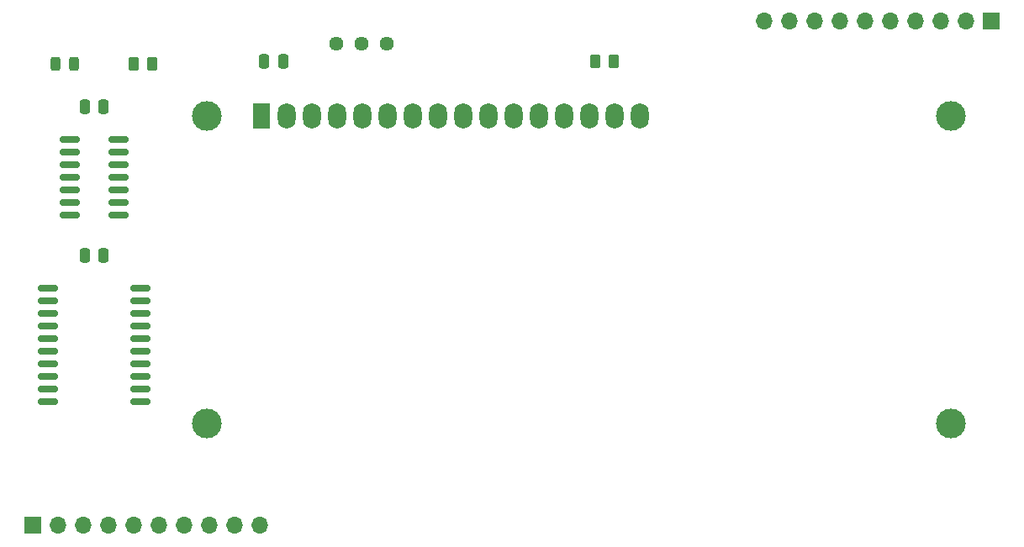
<source format=gbr>
%TF.GenerationSoftware,KiCad,Pcbnew,8.0.2*%
%TF.CreationDate,2025-01-05T21:37:03+01:00*%
%TF.ProjectId,lcd_display,6c63645f-6469-4737-906c-61792e6b6963,rev?*%
%TF.SameCoordinates,Original*%
%TF.FileFunction,Soldermask,Top*%
%TF.FilePolarity,Negative*%
%FSLAX46Y46*%
G04 Gerber Fmt 4.6, Leading zero omitted, Abs format (unit mm)*
G04 Created by KiCad (PCBNEW 8.0.2) date 2025-01-05 21:37:03*
%MOMM*%
%LPD*%
G01*
G04 APERTURE LIST*
G04 Aperture macros list*
%AMRoundRect*
0 Rectangle with rounded corners*
0 $1 Rounding radius*
0 $2 $3 $4 $5 $6 $7 $8 $9 X,Y pos of 4 corners*
0 Add a 4 corners polygon primitive as box body*
4,1,4,$2,$3,$4,$5,$6,$7,$8,$9,$2,$3,0*
0 Add four circle primitives for the rounded corners*
1,1,$1+$1,$2,$3*
1,1,$1+$1,$4,$5*
1,1,$1+$1,$6,$7*
1,1,$1+$1,$8,$9*
0 Add four rect primitives between the rounded corners*
20,1,$1+$1,$2,$3,$4,$5,0*
20,1,$1+$1,$4,$5,$6,$7,0*
20,1,$1+$1,$6,$7,$8,$9,0*
20,1,$1+$1,$8,$9,$2,$3,0*%
G04 Aperture macros list end*
%ADD10R,1.700000X1.700000*%
%ADD11O,1.700000X1.700000*%
%ADD12RoundRect,0.250000X0.262500X0.450000X-0.262500X0.450000X-0.262500X-0.450000X0.262500X-0.450000X0*%
%ADD13C,1.440000*%
%ADD14RoundRect,0.150000X-0.825000X-0.150000X0.825000X-0.150000X0.825000X0.150000X-0.825000X0.150000X0*%
%ADD15RoundRect,0.150000X-0.875000X-0.150000X0.875000X-0.150000X0.875000X0.150000X-0.875000X0.150000X0*%
%ADD16C,3.000000*%
%ADD17R,1.800000X2.600000*%
%ADD18O,1.800000X2.600000*%
%ADD19RoundRect,0.250000X0.250000X0.475000X-0.250000X0.475000X-0.250000X-0.475000X0.250000X-0.475000X0*%
%ADD20RoundRect,0.243750X-0.243750X-0.456250X0.243750X-0.456250X0.243750X0.456250X-0.243750X0.456250X0*%
G04 APERTURE END LIST*
D10*
%TO.C,J1*%
X25338000Y-73660000D03*
D11*
X27878000Y-73660000D03*
X30418000Y-73660000D03*
X32958000Y-73660000D03*
X35498000Y-73660000D03*
X38038000Y-73660000D03*
X40578000Y-73660000D03*
X43118000Y-73660000D03*
X45658000Y-73660000D03*
X48198000Y-73660000D03*
%TD*%
D12*
%TO.C,R1*%
X83820000Y-26924000D03*
X81995000Y-26924000D03*
%TD*%
D13*
%TO.C,RV1*%
X60960000Y-25146000D03*
X58420000Y-25146000D03*
X55880000Y-25146000D03*
%TD*%
D14*
%TO.C,U2*%
X29021000Y-34798000D03*
X29021000Y-36068000D03*
X29021000Y-37338000D03*
X29021000Y-38608000D03*
X29021000Y-39878000D03*
X29021000Y-41148000D03*
X29021000Y-42418000D03*
X33971000Y-42418000D03*
X33971000Y-41148000D03*
X33971000Y-39878000D03*
X33971000Y-38608000D03*
X33971000Y-37338000D03*
X33971000Y-36068000D03*
X33971000Y-34798000D03*
%TD*%
D15*
%TO.C,U1*%
X26846000Y-49784000D03*
X26846000Y-51054000D03*
X26846000Y-52324000D03*
X26846000Y-53594000D03*
X26846000Y-54864000D03*
X26846000Y-56134000D03*
X26846000Y-57404000D03*
X26846000Y-58674000D03*
X26846000Y-59944000D03*
X26846000Y-61214000D03*
X36146000Y-61214000D03*
X36146000Y-59944000D03*
X36146000Y-58674000D03*
X36146000Y-57404000D03*
X36146000Y-56134000D03*
X36146000Y-54864000D03*
X36146000Y-53594000D03*
X36146000Y-52324000D03*
X36146000Y-51054000D03*
X36146000Y-49784000D03*
%TD*%
D16*
%TO.C,DS1*%
X42825900Y-32385000D03*
X42825900Y-63385700D03*
X117824480Y-63385700D03*
X117825000Y-32385000D03*
D17*
X48325000Y-32385000D03*
D18*
X50865000Y-32385000D03*
X53405000Y-32385000D03*
X55945000Y-32385000D03*
X58485000Y-32385000D03*
X61025000Y-32385000D03*
X63565000Y-32385000D03*
X66105000Y-32385000D03*
X68645000Y-32385000D03*
X71185000Y-32385000D03*
X73725000Y-32385000D03*
X76265000Y-32385000D03*
X78805000Y-32385000D03*
X81345000Y-32385000D03*
X83885000Y-32385000D03*
X86425000Y-32385000D03*
%TD*%
D19*
%TO.C,C2*%
X32446000Y-46482000D03*
X30546000Y-46482000D03*
%TD*%
D10*
%TO.C,J2*%
X121858000Y-22860000D03*
D11*
X119318000Y-22860000D03*
X116778000Y-22860000D03*
X114238000Y-22860000D03*
X111698000Y-22860000D03*
X109158000Y-22860000D03*
X106618000Y-22860000D03*
X104078000Y-22860000D03*
X101538000Y-22860000D03*
X98998000Y-22860000D03*
%TD*%
D19*
%TO.C,C3*%
X50546000Y-26924000D03*
X48646000Y-26924000D03*
%TD*%
%TO.C,C1*%
X32446000Y-31496000D03*
X30546000Y-31496000D03*
%TD*%
D20*
%TO.C,D1*%
X27636000Y-27178000D03*
X29511000Y-27178000D03*
%TD*%
D12*
%TO.C,R2*%
X37338000Y-27178000D03*
X35513000Y-27178000D03*
%TD*%
M02*

</source>
